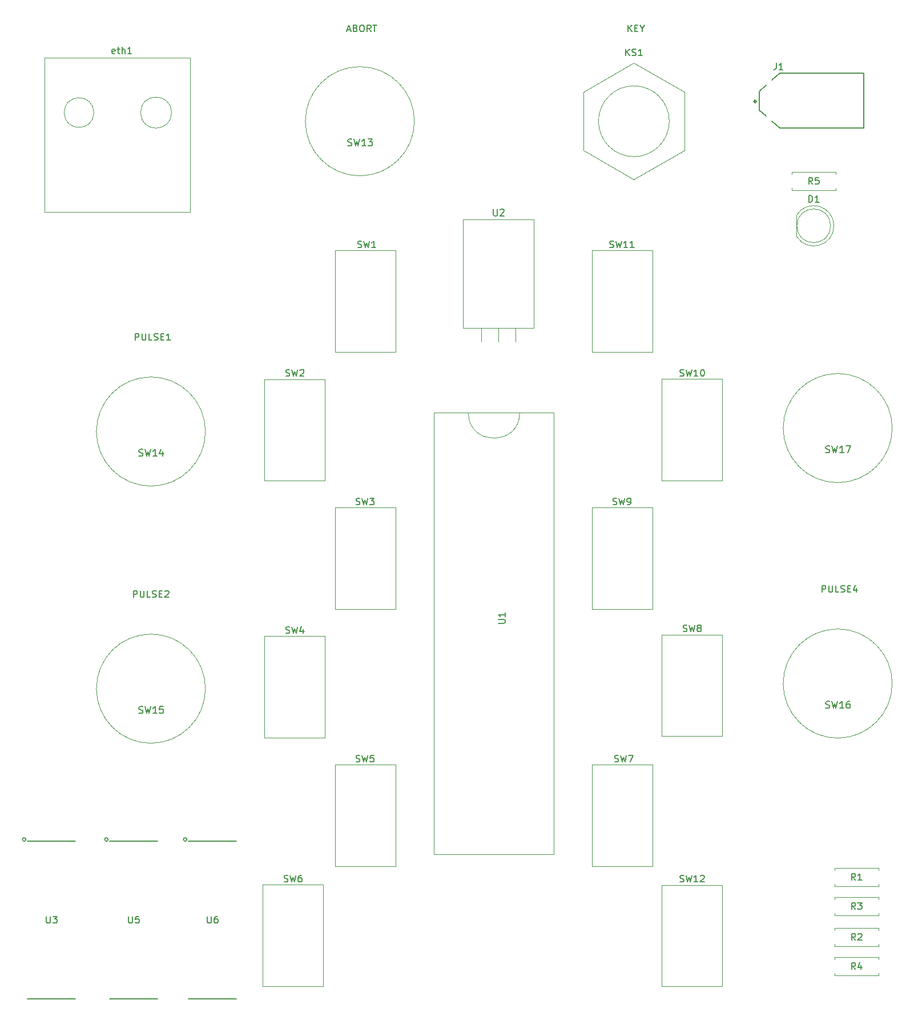
<source format=gto>
G04 #@! TF.GenerationSoftware,KiCad,Pcbnew,(5.1.10)-1*
G04 #@! TF.CreationDate,2022-01-22T23:19:17-05:00*
G04 #@! TF.ProjectId,Launchbox,4c61756e-6368-4626-9f78-2e6b69636164,Launchbox*
G04 #@! TF.SameCoordinates,Original*
G04 #@! TF.FileFunction,Legend,Top*
G04 #@! TF.FilePolarity,Positive*
%FSLAX46Y46*%
G04 Gerber Fmt 4.6, Leading zero omitted, Abs format (unit mm)*
G04 Created by KiCad (PCBNEW (5.1.10)-1) date 2022-01-22 23:19:17*
%MOMM*%
%LPD*%
G01*
G04 APERTURE LIST*
%ADD10C,0.150000*%
%ADD11C,0.120000*%
%ADD12C,0.127000*%
%ADD13C,0.300000*%
%ADD14C,0.101600*%
%ADD15C,0.203200*%
%ADD16C,2.768600*%
%ADD17C,5.617600*%
%ADD18O,2.006600X2.101600*%
%ADD19O,3.601600X3.601600*%
%ADD20C,1.244600*%
%ADD21C,1.422400*%
%ADD22C,1.625600*%
%ADD23O,1.701600X1.701600*%
%ADD24C,1.701600*%
%ADD25C,1.901600*%
%ADD26C,3.022600*%
G04 APERTURE END LIST*
D10*
X119761142Y-32710380D02*
X119761142Y-31710380D01*
X120332571Y-32710380D02*
X119904000Y-32138952D01*
X120332571Y-31710380D02*
X119761142Y-32281809D01*
X120761142Y-32186571D02*
X121094476Y-32186571D01*
X121237333Y-32710380D02*
X120761142Y-32710380D01*
X120761142Y-31710380D01*
X121237333Y-31710380D01*
X121856380Y-32234190D02*
X121856380Y-32710380D01*
X121523047Y-31710380D02*
X121856380Y-32234190D01*
X122189714Y-31710380D01*
X46680761Y-78430380D02*
X46680761Y-77430380D01*
X47061714Y-77430380D01*
X47156952Y-77478000D01*
X47204571Y-77525619D01*
X47252190Y-77620857D01*
X47252190Y-77763714D01*
X47204571Y-77858952D01*
X47156952Y-77906571D01*
X47061714Y-77954190D01*
X46680761Y-77954190D01*
X47680761Y-77430380D02*
X47680761Y-78239904D01*
X47728380Y-78335142D01*
X47776000Y-78382761D01*
X47871238Y-78430380D01*
X48061714Y-78430380D01*
X48156952Y-78382761D01*
X48204571Y-78335142D01*
X48252190Y-78239904D01*
X48252190Y-77430380D01*
X49204571Y-78430380D02*
X48728380Y-78430380D01*
X48728380Y-77430380D01*
X49490285Y-78382761D02*
X49633142Y-78430380D01*
X49871238Y-78430380D01*
X49966476Y-78382761D01*
X50014095Y-78335142D01*
X50061714Y-78239904D01*
X50061714Y-78144666D01*
X50014095Y-78049428D01*
X49966476Y-78001809D01*
X49871238Y-77954190D01*
X49680761Y-77906571D01*
X49585523Y-77858952D01*
X49537904Y-77811333D01*
X49490285Y-77716095D01*
X49490285Y-77620857D01*
X49537904Y-77525619D01*
X49585523Y-77478000D01*
X49680761Y-77430380D01*
X49918857Y-77430380D01*
X50061714Y-77478000D01*
X50490285Y-77906571D02*
X50823619Y-77906571D01*
X50966476Y-78430380D02*
X50490285Y-78430380D01*
X50490285Y-77430380D01*
X50966476Y-77430380D01*
X51918857Y-78430380D02*
X51347428Y-78430380D01*
X51633142Y-78430380D02*
X51633142Y-77430380D01*
X51537904Y-77573238D01*
X51442666Y-77668476D01*
X51347428Y-77716095D01*
X78121142Y-32424666D02*
X78597333Y-32424666D01*
X78025904Y-32710380D02*
X78359238Y-31710380D01*
X78692571Y-32710380D01*
X79359238Y-32186571D02*
X79502095Y-32234190D01*
X79549714Y-32281809D01*
X79597333Y-32377047D01*
X79597333Y-32519904D01*
X79549714Y-32615142D01*
X79502095Y-32662761D01*
X79406857Y-32710380D01*
X79025904Y-32710380D01*
X79025904Y-31710380D01*
X79359238Y-31710380D01*
X79454476Y-31758000D01*
X79502095Y-31805619D01*
X79549714Y-31900857D01*
X79549714Y-31996095D01*
X79502095Y-32091333D01*
X79454476Y-32138952D01*
X79359238Y-32186571D01*
X79025904Y-32186571D01*
X80216380Y-31710380D02*
X80406857Y-31710380D01*
X80502095Y-31758000D01*
X80597333Y-31853238D01*
X80644952Y-32043714D01*
X80644952Y-32377047D01*
X80597333Y-32567523D01*
X80502095Y-32662761D01*
X80406857Y-32710380D01*
X80216380Y-32710380D01*
X80121142Y-32662761D01*
X80025904Y-32567523D01*
X79978285Y-32377047D01*
X79978285Y-32043714D01*
X80025904Y-31853238D01*
X80121142Y-31758000D01*
X80216380Y-31710380D01*
X81644952Y-32710380D02*
X81311619Y-32234190D01*
X81073523Y-32710380D02*
X81073523Y-31710380D01*
X81454476Y-31710380D01*
X81549714Y-31758000D01*
X81597333Y-31805619D01*
X81644952Y-31900857D01*
X81644952Y-32043714D01*
X81597333Y-32138952D01*
X81549714Y-32186571D01*
X81454476Y-32234190D01*
X81073523Y-32234190D01*
X81930666Y-31710380D02*
X82502095Y-31710380D01*
X82216380Y-32710380D02*
X82216380Y-31710380D01*
X46426761Y-116530380D02*
X46426761Y-115530380D01*
X46807714Y-115530380D01*
X46902952Y-115578000D01*
X46950571Y-115625619D01*
X46998190Y-115720857D01*
X46998190Y-115863714D01*
X46950571Y-115958952D01*
X46902952Y-116006571D01*
X46807714Y-116054190D01*
X46426761Y-116054190D01*
X47426761Y-115530380D02*
X47426761Y-116339904D01*
X47474380Y-116435142D01*
X47522000Y-116482761D01*
X47617238Y-116530380D01*
X47807714Y-116530380D01*
X47902952Y-116482761D01*
X47950571Y-116435142D01*
X47998190Y-116339904D01*
X47998190Y-115530380D01*
X48950571Y-116530380D02*
X48474380Y-116530380D01*
X48474380Y-115530380D01*
X49236285Y-116482761D02*
X49379142Y-116530380D01*
X49617238Y-116530380D01*
X49712476Y-116482761D01*
X49760095Y-116435142D01*
X49807714Y-116339904D01*
X49807714Y-116244666D01*
X49760095Y-116149428D01*
X49712476Y-116101809D01*
X49617238Y-116054190D01*
X49426761Y-116006571D01*
X49331523Y-115958952D01*
X49283904Y-115911333D01*
X49236285Y-115816095D01*
X49236285Y-115720857D01*
X49283904Y-115625619D01*
X49331523Y-115578000D01*
X49426761Y-115530380D01*
X49664857Y-115530380D01*
X49807714Y-115578000D01*
X50236285Y-116006571D02*
X50569619Y-116006571D01*
X50712476Y-116530380D02*
X50236285Y-116530380D01*
X50236285Y-115530380D01*
X50712476Y-115530380D01*
X51093428Y-115625619D02*
X51141047Y-115578000D01*
X51236285Y-115530380D01*
X51474380Y-115530380D01*
X51569619Y-115578000D01*
X51617238Y-115625619D01*
X51664857Y-115720857D01*
X51664857Y-115816095D01*
X51617238Y-115958952D01*
X51045809Y-116530380D01*
X51664857Y-116530380D01*
X148534761Y-115768380D02*
X148534761Y-114768380D01*
X148915714Y-114768380D01*
X149010952Y-114816000D01*
X149058571Y-114863619D01*
X149106190Y-114958857D01*
X149106190Y-115101714D01*
X149058571Y-115196952D01*
X149010952Y-115244571D01*
X148915714Y-115292190D01*
X148534761Y-115292190D01*
X149534761Y-114768380D02*
X149534761Y-115577904D01*
X149582380Y-115673142D01*
X149630000Y-115720761D01*
X149725238Y-115768380D01*
X149915714Y-115768380D01*
X150010952Y-115720761D01*
X150058571Y-115673142D01*
X150106190Y-115577904D01*
X150106190Y-114768380D01*
X151058571Y-115768380D02*
X150582380Y-115768380D01*
X150582380Y-114768380D01*
X151344285Y-115720761D02*
X151487142Y-115768380D01*
X151725238Y-115768380D01*
X151820476Y-115720761D01*
X151868095Y-115673142D01*
X151915714Y-115577904D01*
X151915714Y-115482666D01*
X151868095Y-115387428D01*
X151820476Y-115339809D01*
X151725238Y-115292190D01*
X151534761Y-115244571D01*
X151439523Y-115196952D01*
X151391904Y-115149333D01*
X151344285Y-115054095D01*
X151344285Y-114958857D01*
X151391904Y-114863619D01*
X151439523Y-114816000D01*
X151534761Y-114768380D01*
X151772857Y-114768380D01*
X151915714Y-114816000D01*
X152344285Y-115244571D02*
X152677619Y-115244571D01*
X152820476Y-115768380D02*
X152344285Y-115768380D01*
X152344285Y-114768380D01*
X152820476Y-114768380D01*
X153677619Y-115101714D02*
X153677619Y-115768380D01*
X153439523Y-114720761D02*
X153201428Y-115435047D01*
X153820476Y-115435047D01*
D11*
X125900000Y-45974000D02*
G75*
G03*
X125900000Y-45974000I-5250000J0D01*
G01*
X128150000Y-50304125D02*
X128150000Y-41643875D01*
X128150000Y-41643875D02*
X120650000Y-37313750D01*
X120650000Y-37313750D02*
X113150000Y-41643875D01*
X113150000Y-50304125D02*
X113150000Y-41643875D01*
X113150000Y-50304125D02*
X120650000Y-54634250D01*
X120650000Y-54634250D02*
X128150000Y-50304125D01*
D12*
X142272000Y-38876000D02*
X154772000Y-38876000D01*
X154772000Y-38876000D02*
X154772000Y-46976000D01*
X154772000Y-46976000D02*
X142272000Y-46976000D01*
X139272000Y-44326000D02*
X139272000Y-41526000D01*
X142272000Y-38876000D02*
X141142000Y-39876000D01*
X139272000Y-41526000D02*
X140292000Y-40626000D01*
X142272000Y-46976000D02*
X141142000Y-45976000D01*
X139272000Y-44326000D02*
X140292000Y-45226000D01*
D13*
X138772000Y-43026000D02*
G75*
G03*
X138772000Y-43026000I-150000J0D01*
G01*
D11*
X95334000Y-76646000D02*
X105834000Y-76646000D01*
X95334000Y-60536000D02*
X105834000Y-60536000D01*
X95334000Y-60536000D02*
X95334000Y-76646000D01*
X105834000Y-60536000D02*
X105834000Y-76646000D01*
X98044000Y-76646000D02*
X98044000Y-78606000D01*
X100584000Y-76646000D02*
X100584000Y-78606000D01*
X103124000Y-76646000D02*
X103124000Y-78606000D01*
X40554000Y-44696000D02*
G75*
G03*
X40554000Y-44696000I-2200000J0D01*
G01*
X52084000Y-44696000D02*
G75*
G03*
X52084000Y-44696000I-2300000J0D01*
G01*
X33274000Y-59436000D02*
X33274000Y-36576000D01*
X54864000Y-59436000D02*
X33274000Y-59436000D01*
X54864000Y-36576000D02*
X54864000Y-59436000D01*
X33274000Y-36576000D02*
X54864000Y-36576000D01*
X158961000Y-91440000D02*
G75*
G03*
X158961000Y-91440000I-8085000J0D01*
G01*
X57107000Y-130048000D02*
G75*
G03*
X57107000Y-130048000I-8085000J0D01*
G01*
X158961000Y-129286000D02*
G75*
G03*
X158961000Y-129286000I-8085000J0D01*
G01*
X88095000Y-45974000D02*
G75*
G03*
X88095000Y-45974000I-8085000J0D01*
G01*
X57107000Y-91948000D02*
G75*
G03*
X57107000Y-91948000I-8085000J0D01*
G01*
D14*
X91015000Y-154619000D02*
X91015000Y-89139000D01*
X108795000Y-89139000D02*
X91015000Y-89139000D01*
X108795000Y-154619000D02*
X108795000Y-89139000D01*
X91015000Y-154619000D02*
X108795000Y-154619000D01*
X96095000Y-89139000D02*
G75*
G03*
X103715000Y-89139000I3810000J0D01*
G01*
D15*
X30480000Y-152400000D02*
G75*
G03*
X30480000Y-152400000I-254000J0D01*
G01*
X37846000Y-176022000D02*
X30734000Y-176022000D01*
X37846000Y-152654000D02*
X30734000Y-152654000D01*
D11*
X144050000Y-53824000D02*
X144050000Y-53494000D01*
X144050000Y-53494000D02*
X150590000Y-53494000D01*
X150590000Y-53494000D02*
X150590000Y-53824000D01*
X144050000Y-55904000D02*
X144050000Y-56234000D01*
X144050000Y-56234000D02*
X150590000Y-56234000D01*
X150590000Y-56234000D02*
X150590000Y-55904000D01*
X149820000Y-61468000D02*
G75*
G03*
X149820000Y-61468000I-2500000J0D01*
G01*
X144760000Y-59923000D02*
X144760000Y-63013000D01*
X150310000Y-61467538D02*
G75*
G02*
X144760000Y-63012830I-2990000J-462D01*
G01*
X150310000Y-61468462D02*
G75*
G03*
X144760000Y-59923170I-2990000J462D01*
G01*
D14*
X124786000Y-122040000D02*
X124786000Y-137040000D01*
X124786000Y-122040000D02*
X133786000Y-122040000D01*
X133786000Y-122040000D02*
X133786000Y-137040000D01*
X124786000Y-137040000D02*
X133786000Y-137040000D01*
D15*
X54356000Y-152400000D02*
G75*
G03*
X54356000Y-152400000I-254000J0D01*
G01*
X61722000Y-176022000D02*
X54610000Y-176022000D01*
X61722000Y-152654000D02*
X54610000Y-152654000D01*
D14*
X114455000Y-103229000D02*
X114455000Y-118229000D01*
X114455000Y-103229000D02*
X123455000Y-103229000D01*
X123455000Y-103229000D02*
X123455000Y-118229000D01*
X114455000Y-118229000D02*
X123455000Y-118229000D01*
X114455000Y-141329000D02*
X114455000Y-156329000D01*
X114455000Y-141329000D02*
X123455000Y-141329000D01*
X123455000Y-141329000D02*
X123455000Y-156329000D01*
X114455000Y-156329000D02*
X123455000Y-156329000D01*
X76355000Y-103229000D02*
X76355000Y-118229000D01*
X76355000Y-103229000D02*
X85355000Y-103229000D01*
X85355000Y-103229000D02*
X85355000Y-118229000D01*
X76355000Y-118229000D02*
X85355000Y-118229000D01*
X76355000Y-141329000D02*
X76355000Y-156329000D01*
X76355000Y-141329000D02*
X85355000Y-141329000D01*
X85355000Y-141329000D02*
X85355000Y-156329000D01*
X76355000Y-156329000D02*
X85355000Y-156329000D01*
X65858000Y-84194000D02*
X65858000Y-99194000D01*
X65858000Y-84194000D02*
X74858000Y-84194000D01*
X74858000Y-84194000D02*
X74858000Y-99194000D01*
X65858000Y-99194000D02*
X74858000Y-99194000D01*
X124786000Y-84179000D02*
X124786000Y-99179000D01*
X124786000Y-84179000D02*
X133786000Y-84179000D01*
X133786000Y-84179000D02*
X133786000Y-99179000D01*
X124786000Y-99179000D02*
X133786000Y-99179000D01*
X65858000Y-122279000D02*
X65858000Y-137279000D01*
X65858000Y-122279000D02*
X74858000Y-122279000D01*
X74858000Y-122279000D02*
X74858000Y-137279000D01*
X65858000Y-137279000D02*
X74858000Y-137279000D01*
X124786000Y-159124000D02*
X124786000Y-174124000D01*
X124786000Y-159124000D02*
X133786000Y-159124000D01*
X133786000Y-159124000D02*
X133786000Y-174124000D01*
X124786000Y-174124000D02*
X133786000Y-174124000D01*
D11*
X150400000Y-165508000D02*
X150400000Y-165838000D01*
X156940000Y-165508000D02*
X150400000Y-165508000D01*
X156940000Y-165838000D02*
X156940000Y-165508000D01*
X150400000Y-168248000D02*
X150400000Y-167918000D01*
X156940000Y-168248000D02*
X150400000Y-168248000D01*
X156940000Y-167918000D02*
X156940000Y-168248000D01*
D14*
X76355000Y-65129000D02*
X76355000Y-80129000D01*
X76355000Y-65129000D02*
X85355000Y-65129000D01*
X85355000Y-65129000D02*
X85355000Y-80129000D01*
X76355000Y-80129000D02*
X85355000Y-80129000D01*
D11*
X150400000Y-169826000D02*
X150400000Y-170156000D01*
X156940000Y-169826000D02*
X150400000Y-169826000D01*
X156940000Y-170156000D02*
X156940000Y-169826000D01*
X150400000Y-172566000D02*
X150400000Y-172236000D01*
X156940000Y-172566000D02*
X150400000Y-172566000D01*
X156940000Y-172236000D02*
X156940000Y-172566000D01*
D15*
X42672000Y-152400000D02*
G75*
G03*
X42672000Y-152400000I-254000J0D01*
G01*
X50038000Y-176022000D02*
X42926000Y-176022000D01*
X50038000Y-152654000D02*
X42926000Y-152654000D01*
D14*
X65604000Y-159109000D02*
X65604000Y-174109000D01*
X65604000Y-159109000D02*
X74604000Y-159109000D01*
X74604000Y-159109000D02*
X74604000Y-174109000D01*
X65604000Y-174109000D02*
X74604000Y-174109000D01*
D11*
X156940000Y-159358000D02*
X156940000Y-159028000D01*
X150400000Y-159358000D02*
X156940000Y-159358000D01*
X150400000Y-159028000D02*
X150400000Y-159358000D01*
X156940000Y-156618000D02*
X156940000Y-156948000D01*
X150400000Y-156618000D02*
X156940000Y-156618000D01*
X150400000Y-156948000D02*
X150400000Y-156618000D01*
D14*
X114455000Y-65129000D02*
X114455000Y-80129000D01*
X114455000Y-65129000D02*
X123455000Y-65129000D01*
X123455000Y-65129000D02*
X123455000Y-80129000D01*
X114455000Y-80129000D02*
X123455000Y-80129000D01*
D11*
X150400000Y-160936000D02*
X150400000Y-161266000D01*
X156940000Y-160936000D02*
X150400000Y-160936000D01*
X156940000Y-161266000D02*
X156940000Y-160936000D01*
X150400000Y-163676000D02*
X150400000Y-163346000D01*
X156940000Y-163676000D02*
X150400000Y-163676000D01*
X156940000Y-163346000D02*
X156940000Y-163676000D01*
D10*
X119435714Y-36266380D02*
X119435714Y-35266380D01*
X120007142Y-36266380D02*
X119578571Y-35694952D01*
X120007142Y-35266380D02*
X119435714Y-35837809D01*
X120388095Y-36218761D02*
X120530952Y-36266380D01*
X120769047Y-36266380D01*
X120864285Y-36218761D01*
X120911904Y-36171142D01*
X120959523Y-36075904D01*
X120959523Y-35980666D01*
X120911904Y-35885428D01*
X120864285Y-35837809D01*
X120769047Y-35790190D01*
X120578571Y-35742571D01*
X120483333Y-35694952D01*
X120435714Y-35647333D01*
X120388095Y-35552095D01*
X120388095Y-35456857D01*
X120435714Y-35361619D01*
X120483333Y-35314000D01*
X120578571Y-35266380D01*
X120816666Y-35266380D01*
X120959523Y-35314000D01*
X121911904Y-36266380D02*
X121340476Y-36266380D01*
X121626190Y-36266380D02*
X121626190Y-35266380D01*
X121530952Y-35409238D01*
X121435714Y-35504476D01*
X121340476Y-35552095D01*
X141760015Y-37339511D02*
X141760015Y-38054292D01*
X141712363Y-38197248D01*
X141617059Y-38292552D01*
X141474103Y-38340204D01*
X141378799Y-38340204D01*
X142760708Y-38340204D02*
X142188884Y-38340204D01*
X142474796Y-38340204D02*
X142474796Y-37339511D01*
X142379492Y-37482467D01*
X142284188Y-37577771D01*
X142188884Y-37625423D01*
X99822095Y-58988380D02*
X99822095Y-59797904D01*
X99869714Y-59893142D01*
X99917333Y-59940761D01*
X100012571Y-59988380D01*
X100203047Y-59988380D01*
X100298285Y-59940761D01*
X100345904Y-59893142D01*
X100393523Y-59797904D01*
X100393523Y-58988380D01*
X100822095Y-59083619D02*
X100869714Y-59036000D01*
X100964952Y-58988380D01*
X101203047Y-58988380D01*
X101298285Y-59036000D01*
X101345904Y-59083619D01*
X101393523Y-59178857D01*
X101393523Y-59274095D01*
X101345904Y-59416952D01*
X100774476Y-59988380D01*
X101393523Y-59988380D01*
X43680190Y-35901261D02*
X43584952Y-35948880D01*
X43394476Y-35948880D01*
X43299238Y-35901261D01*
X43251619Y-35806023D01*
X43251619Y-35425071D01*
X43299238Y-35329833D01*
X43394476Y-35282214D01*
X43584952Y-35282214D01*
X43680190Y-35329833D01*
X43727809Y-35425071D01*
X43727809Y-35520309D01*
X43251619Y-35615547D01*
X44013523Y-35282214D02*
X44394476Y-35282214D01*
X44156380Y-34948880D02*
X44156380Y-35806023D01*
X44204000Y-35901261D01*
X44299238Y-35948880D01*
X44394476Y-35948880D01*
X44727809Y-35948880D02*
X44727809Y-34948880D01*
X45156380Y-35948880D02*
X45156380Y-35425071D01*
X45108761Y-35329833D01*
X45013523Y-35282214D01*
X44870666Y-35282214D01*
X44775428Y-35329833D01*
X44727809Y-35377452D01*
X46156380Y-35948880D02*
X45584952Y-35948880D01*
X45870666Y-35948880D02*
X45870666Y-34948880D01*
X45775428Y-35091738D01*
X45680190Y-35186976D01*
X45584952Y-35234595D01*
X149107116Y-95035001D02*
X149249973Y-95082620D01*
X149488068Y-95082620D01*
X149583306Y-95035001D01*
X149630925Y-94987382D01*
X149678544Y-94892144D01*
X149678544Y-94796906D01*
X149630925Y-94701668D01*
X149583306Y-94654049D01*
X149488068Y-94606430D01*
X149297592Y-94558811D01*
X149202354Y-94511192D01*
X149154735Y-94463573D01*
X149107116Y-94368335D01*
X149107116Y-94273097D01*
X149154735Y-94177859D01*
X149202354Y-94130240D01*
X149297592Y-94082620D01*
X149535687Y-94082620D01*
X149678544Y-94130240D01*
X150011878Y-94082620D02*
X150249973Y-95082620D01*
X150440449Y-94368335D01*
X150630925Y-95082620D01*
X150869020Y-94082620D01*
X151773782Y-95082620D02*
X151202354Y-95082620D01*
X151488068Y-95082620D02*
X151488068Y-94082620D01*
X151392830Y-94225478D01*
X151297592Y-94320716D01*
X151202354Y-94368335D01*
X152107116Y-94082620D02*
X152773782Y-94082620D01*
X152345211Y-95082620D01*
X47253116Y-133643001D02*
X47395973Y-133690620D01*
X47634068Y-133690620D01*
X47729306Y-133643001D01*
X47776925Y-133595382D01*
X47824544Y-133500144D01*
X47824544Y-133404906D01*
X47776925Y-133309668D01*
X47729306Y-133262049D01*
X47634068Y-133214430D01*
X47443592Y-133166811D01*
X47348354Y-133119192D01*
X47300735Y-133071573D01*
X47253116Y-132976335D01*
X47253116Y-132881097D01*
X47300735Y-132785859D01*
X47348354Y-132738240D01*
X47443592Y-132690620D01*
X47681687Y-132690620D01*
X47824544Y-132738240D01*
X48157878Y-132690620D02*
X48395973Y-133690620D01*
X48586449Y-132976335D01*
X48776925Y-133690620D01*
X49015020Y-132690620D01*
X49919782Y-133690620D02*
X49348354Y-133690620D01*
X49634068Y-133690620D02*
X49634068Y-132690620D01*
X49538830Y-132833478D01*
X49443592Y-132928716D01*
X49348354Y-132976335D01*
X50824544Y-132690620D02*
X50348354Y-132690620D01*
X50300735Y-133166811D01*
X50348354Y-133119192D01*
X50443592Y-133071573D01*
X50681687Y-133071573D01*
X50776925Y-133119192D01*
X50824544Y-133166811D01*
X50872163Y-133262049D01*
X50872163Y-133500144D01*
X50824544Y-133595382D01*
X50776925Y-133643001D01*
X50681687Y-133690620D01*
X50443592Y-133690620D01*
X50348354Y-133643001D01*
X50300735Y-133595382D01*
X149107116Y-132881001D02*
X149249973Y-132928620D01*
X149488068Y-132928620D01*
X149583306Y-132881001D01*
X149630925Y-132833382D01*
X149678544Y-132738144D01*
X149678544Y-132642906D01*
X149630925Y-132547668D01*
X149583306Y-132500049D01*
X149488068Y-132452430D01*
X149297592Y-132404811D01*
X149202354Y-132357192D01*
X149154735Y-132309573D01*
X149107116Y-132214335D01*
X149107116Y-132119097D01*
X149154735Y-132023859D01*
X149202354Y-131976240D01*
X149297592Y-131928620D01*
X149535687Y-131928620D01*
X149678544Y-131976240D01*
X150011878Y-131928620D02*
X150249973Y-132928620D01*
X150440449Y-132214335D01*
X150630925Y-132928620D01*
X150869020Y-131928620D01*
X151773782Y-132928620D02*
X151202354Y-132928620D01*
X151488068Y-132928620D02*
X151488068Y-131928620D01*
X151392830Y-132071478D01*
X151297592Y-132166716D01*
X151202354Y-132214335D01*
X152630925Y-131928620D02*
X152440449Y-131928620D01*
X152345211Y-131976240D01*
X152297592Y-132023859D01*
X152202354Y-132166716D01*
X152154735Y-132357192D01*
X152154735Y-132738144D01*
X152202354Y-132833382D01*
X152249973Y-132881001D01*
X152345211Y-132928620D01*
X152535687Y-132928620D01*
X152630925Y-132881001D01*
X152678544Y-132833382D01*
X152726163Y-132738144D01*
X152726163Y-132500049D01*
X152678544Y-132404811D01*
X152630925Y-132357192D01*
X152535687Y-132309573D01*
X152345211Y-132309573D01*
X152249973Y-132357192D01*
X152202354Y-132404811D01*
X152154735Y-132500049D01*
X78241116Y-49569001D02*
X78383973Y-49616620D01*
X78622068Y-49616620D01*
X78717306Y-49569001D01*
X78764925Y-49521382D01*
X78812544Y-49426144D01*
X78812544Y-49330906D01*
X78764925Y-49235668D01*
X78717306Y-49188049D01*
X78622068Y-49140430D01*
X78431592Y-49092811D01*
X78336354Y-49045192D01*
X78288735Y-48997573D01*
X78241116Y-48902335D01*
X78241116Y-48807097D01*
X78288735Y-48711859D01*
X78336354Y-48664240D01*
X78431592Y-48616620D01*
X78669687Y-48616620D01*
X78812544Y-48664240D01*
X79145878Y-48616620D02*
X79383973Y-49616620D01*
X79574449Y-48902335D01*
X79764925Y-49616620D01*
X80003020Y-48616620D01*
X80907782Y-49616620D02*
X80336354Y-49616620D01*
X80622068Y-49616620D02*
X80622068Y-48616620D01*
X80526830Y-48759478D01*
X80431592Y-48854716D01*
X80336354Y-48902335D01*
X81241116Y-48616620D02*
X81860163Y-48616620D01*
X81526830Y-48997573D01*
X81669687Y-48997573D01*
X81764925Y-49045192D01*
X81812544Y-49092811D01*
X81860163Y-49188049D01*
X81860163Y-49426144D01*
X81812544Y-49521382D01*
X81764925Y-49569001D01*
X81669687Y-49616620D01*
X81383973Y-49616620D01*
X81288735Y-49569001D01*
X81241116Y-49521382D01*
X47253116Y-95543001D02*
X47395973Y-95590620D01*
X47634068Y-95590620D01*
X47729306Y-95543001D01*
X47776925Y-95495382D01*
X47824544Y-95400144D01*
X47824544Y-95304906D01*
X47776925Y-95209668D01*
X47729306Y-95162049D01*
X47634068Y-95114430D01*
X47443592Y-95066811D01*
X47348354Y-95019192D01*
X47300735Y-94971573D01*
X47253116Y-94876335D01*
X47253116Y-94781097D01*
X47300735Y-94685859D01*
X47348354Y-94638240D01*
X47443592Y-94590620D01*
X47681687Y-94590620D01*
X47824544Y-94638240D01*
X48157878Y-94590620D02*
X48395973Y-95590620D01*
X48586449Y-94876335D01*
X48776925Y-95590620D01*
X49015020Y-94590620D01*
X49919782Y-95590620D02*
X49348354Y-95590620D01*
X49634068Y-95590620D02*
X49634068Y-94590620D01*
X49538830Y-94733478D01*
X49443592Y-94828716D01*
X49348354Y-94876335D01*
X50776925Y-94923954D02*
X50776925Y-95590620D01*
X50538830Y-94543001D02*
X50300735Y-95257287D01*
X50919782Y-95257287D01*
X100544380Y-120380904D02*
X101353904Y-120380904D01*
X101449142Y-120333285D01*
X101496761Y-120285666D01*
X101544380Y-120190428D01*
X101544380Y-119999952D01*
X101496761Y-119904714D01*
X101449142Y-119857095D01*
X101353904Y-119809476D01*
X100544380Y-119809476D01*
X101544380Y-118809476D02*
X101544380Y-119380904D01*
X101544380Y-119095190D02*
X100544380Y-119095190D01*
X100687238Y-119190428D01*
X100782476Y-119285666D01*
X100830095Y-119380904D01*
X33528095Y-163790380D02*
X33528095Y-164599904D01*
X33575714Y-164695142D01*
X33623333Y-164742761D01*
X33718571Y-164790380D01*
X33909047Y-164790380D01*
X34004285Y-164742761D01*
X34051904Y-164695142D01*
X34099523Y-164599904D01*
X34099523Y-163790380D01*
X34480476Y-163790380D02*
X35099523Y-163790380D01*
X34766190Y-164171333D01*
X34909047Y-164171333D01*
X35004285Y-164218952D01*
X35051904Y-164266571D01*
X35099523Y-164361809D01*
X35099523Y-164599904D01*
X35051904Y-164695142D01*
X35004285Y-164742761D01*
X34909047Y-164790380D01*
X34623333Y-164790380D01*
X34528095Y-164742761D01*
X34480476Y-164695142D01*
X147153333Y-55316380D02*
X146820000Y-54840190D01*
X146581904Y-55316380D02*
X146581904Y-54316380D01*
X146962857Y-54316380D01*
X147058095Y-54364000D01*
X147105714Y-54411619D01*
X147153333Y-54506857D01*
X147153333Y-54649714D01*
X147105714Y-54744952D01*
X147058095Y-54792571D01*
X146962857Y-54840190D01*
X146581904Y-54840190D01*
X148058095Y-54316380D02*
X147581904Y-54316380D01*
X147534285Y-54792571D01*
X147581904Y-54744952D01*
X147677142Y-54697333D01*
X147915238Y-54697333D01*
X148010476Y-54744952D01*
X148058095Y-54792571D01*
X148105714Y-54887809D01*
X148105714Y-55125904D01*
X148058095Y-55221142D01*
X148010476Y-55268761D01*
X147915238Y-55316380D01*
X147677142Y-55316380D01*
X147581904Y-55268761D01*
X147534285Y-55221142D01*
X146581904Y-57960380D02*
X146581904Y-56960380D01*
X146820000Y-56960380D01*
X146962857Y-57008000D01*
X147058095Y-57103238D01*
X147105714Y-57198476D01*
X147153333Y-57388952D01*
X147153333Y-57531809D01*
X147105714Y-57722285D01*
X147058095Y-57817523D01*
X146962857Y-57912761D01*
X146820000Y-57960380D01*
X146581904Y-57960380D01*
X148105714Y-57960380D02*
X147534285Y-57960380D01*
X147820000Y-57960380D02*
X147820000Y-56960380D01*
X147724761Y-57103238D01*
X147629523Y-57198476D01*
X147534285Y-57246095D01*
X127952666Y-121562761D02*
X128095523Y-121610380D01*
X128333619Y-121610380D01*
X128428857Y-121562761D01*
X128476476Y-121515142D01*
X128524095Y-121419904D01*
X128524095Y-121324666D01*
X128476476Y-121229428D01*
X128428857Y-121181809D01*
X128333619Y-121134190D01*
X128143142Y-121086571D01*
X128047904Y-121038952D01*
X128000285Y-120991333D01*
X127952666Y-120896095D01*
X127952666Y-120800857D01*
X128000285Y-120705619D01*
X128047904Y-120658000D01*
X128143142Y-120610380D01*
X128381238Y-120610380D01*
X128524095Y-120658000D01*
X128857428Y-120610380D02*
X129095523Y-121610380D01*
X129286000Y-120896095D01*
X129476476Y-121610380D01*
X129714571Y-120610380D01*
X130238380Y-121038952D02*
X130143142Y-120991333D01*
X130095523Y-120943714D01*
X130047904Y-120848476D01*
X130047904Y-120800857D01*
X130095523Y-120705619D01*
X130143142Y-120658000D01*
X130238380Y-120610380D01*
X130428857Y-120610380D01*
X130524095Y-120658000D01*
X130571714Y-120705619D01*
X130619333Y-120800857D01*
X130619333Y-120848476D01*
X130571714Y-120943714D01*
X130524095Y-120991333D01*
X130428857Y-121038952D01*
X130238380Y-121038952D01*
X130143142Y-121086571D01*
X130095523Y-121134190D01*
X130047904Y-121229428D01*
X130047904Y-121419904D01*
X130095523Y-121515142D01*
X130143142Y-121562761D01*
X130238380Y-121610380D01*
X130428857Y-121610380D01*
X130524095Y-121562761D01*
X130571714Y-121515142D01*
X130619333Y-121419904D01*
X130619333Y-121229428D01*
X130571714Y-121134190D01*
X130524095Y-121086571D01*
X130428857Y-121038952D01*
X57404095Y-163790380D02*
X57404095Y-164599904D01*
X57451714Y-164695142D01*
X57499333Y-164742761D01*
X57594571Y-164790380D01*
X57785047Y-164790380D01*
X57880285Y-164742761D01*
X57927904Y-164695142D01*
X57975523Y-164599904D01*
X57975523Y-163790380D01*
X58880285Y-163790380D02*
X58689809Y-163790380D01*
X58594571Y-163838000D01*
X58546952Y-163885619D01*
X58451714Y-164028476D01*
X58404095Y-164218952D01*
X58404095Y-164599904D01*
X58451714Y-164695142D01*
X58499333Y-164742761D01*
X58594571Y-164790380D01*
X58785047Y-164790380D01*
X58880285Y-164742761D01*
X58927904Y-164695142D01*
X58975523Y-164599904D01*
X58975523Y-164361809D01*
X58927904Y-164266571D01*
X58880285Y-164218952D01*
X58785047Y-164171333D01*
X58594571Y-164171333D01*
X58499333Y-164218952D01*
X58451714Y-164266571D01*
X58404095Y-164361809D01*
X117538666Y-102766761D02*
X117681523Y-102814380D01*
X117919619Y-102814380D01*
X118014857Y-102766761D01*
X118062476Y-102719142D01*
X118110095Y-102623904D01*
X118110095Y-102528666D01*
X118062476Y-102433428D01*
X118014857Y-102385809D01*
X117919619Y-102338190D01*
X117729142Y-102290571D01*
X117633904Y-102242952D01*
X117586285Y-102195333D01*
X117538666Y-102100095D01*
X117538666Y-102004857D01*
X117586285Y-101909619D01*
X117633904Y-101862000D01*
X117729142Y-101814380D01*
X117967238Y-101814380D01*
X118110095Y-101862000D01*
X118443428Y-101814380D02*
X118681523Y-102814380D01*
X118872000Y-102100095D01*
X119062476Y-102814380D01*
X119300571Y-101814380D01*
X119729142Y-102814380D02*
X119919619Y-102814380D01*
X120014857Y-102766761D01*
X120062476Y-102719142D01*
X120157714Y-102576285D01*
X120205333Y-102385809D01*
X120205333Y-102004857D01*
X120157714Y-101909619D01*
X120110095Y-101862000D01*
X120014857Y-101814380D01*
X119824380Y-101814380D01*
X119729142Y-101862000D01*
X119681523Y-101909619D01*
X119633904Y-102004857D01*
X119633904Y-102242952D01*
X119681523Y-102338190D01*
X119729142Y-102385809D01*
X119824380Y-102433428D01*
X120014857Y-102433428D01*
X120110095Y-102385809D01*
X120157714Y-102338190D01*
X120205333Y-102242952D01*
X117792666Y-140866761D02*
X117935523Y-140914380D01*
X118173619Y-140914380D01*
X118268857Y-140866761D01*
X118316476Y-140819142D01*
X118364095Y-140723904D01*
X118364095Y-140628666D01*
X118316476Y-140533428D01*
X118268857Y-140485809D01*
X118173619Y-140438190D01*
X117983142Y-140390571D01*
X117887904Y-140342952D01*
X117840285Y-140295333D01*
X117792666Y-140200095D01*
X117792666Y-140104857D01*
X117840285Y-140009619D01*
X117887904Y-139962000D01*
X117983142Y-139914380D01*
X118221238Y-139914380D01*
X118364095Y-139962000D01*
X118697428Y-139914380D02*
X118935523Y-140914380D01*
X119126000Y-140200095D01*
X119316476Y-140914380D01*
X119554571Y-139914380D01*
X119840285Y-139914380D02*
X120506952Y-139914380D01*
X120078380Y-140914380D01*
X79438666Y-102766761D02*
X79581523Y-102814380D01*
X79819619Y-102814380D01*
X79914857Y-102766761D01*
X79962476Y-102719142D01*
X80010095Y-102623904D01*
X80010095Y-102528666D01*
X79962476Y-102433428D01*
X79914857Y-102385809D01*
X79819619Y-102338190D01*
X79629142Y-102290571D01*
X79533904Y-102242952D01*
X79486285Y-102195333D01*
X79438666Y-102100095D01*
X79438666Y-102004857D01*
X79486285Y-101909619D01*
X79533904Y-101862000D01*
X79629142Y-101814380D01*
X79867238Y-101814380D01*
X80010095Y-101862000D01*
X80343428Y-101814380D02*
X80581523Y-102814380D01*
X80772000Y-102100095D01*
X80962476Y-102814380D01*
X81200571Y-101814380D01*
X81486285Y-101814380D02*
X82105333Y-101814380D01*
X81772000Y-102195333D01*
X81914857Y-102195333D01*
X82010095Y-102242952D01*
X82057714Y-102290571D01*
X82105333Y-102385809D01*
X82105333Y-102623904D01*
X82057714Y-102719142D01*
X82010095Y-102766761D01*
X81914857Y-102814380D01*
X81629142Y-102814380D01*
X81533904Y-102766761D01*
X81486285Y-102719142D01*
X79438666Y-140866761D02*
X79581523Y-140914380D01*
X79819619Y-140914380D01*
X79914857Y-140866761D01*
X79962476Y-140819142D01*
X80010095Y-140723904D01*
X80010095Y-140628666D01*
X79962476Y-140533428D01*
X79914857Y-140485809D01*
X79819619Y-140438190D01*
X79629142Y-140390571D01*
X79533904Y-140342952D01*
X79486285Y-140295333D01*
X79438666Y-140200095D01*
X79438666Y-140104857D01*
X79486285Y-140009619D01*
X79533904Y-139962000D01*
X79629142Y-139914380D01*
X79867238Y-139914380D01*
X80010095Y-139962000D01*
X80343428Y-139914380D02*
X80581523Y-140914380D01*
X80772000Y-140200095D01*
X80962476Y-140914380D01*
X81200571Y-139914380D01*
X82057714Y-139914380D02*
X81581523Y-139914380D01*
X81533904Y-140390571D01*
X81581523Y-140342952D01*
X81676761Y-140295333D01*
X81914857Y-140295333D01*
X82010095Y-140342952D01*
X82057714Y-140390571D01*
X82105333Y-140485809D01*
X82105333Y-140723904D01*
X82057714Y-140819142D01*
X82010095Y-140866761D01*
X81914857Y-140914380D01*
X81676761Y-140914380D01*
X81581523Y-140866761D01*
X81533904Y-140819142D01*
X69024666Y-83716761D02*
X69167523Y-83764380D01*
X69405619Y-83764380D01*
X69500857Y-83716761D01*
X69548476Y-83669142D01*
X69596095Y-83573904D01*
X69596095Y-83478666D01*
X69548476Y-83383428D01*
X69500857Y-83335809D01*
X69405619Y-83288190D01*
X69215142Y-83240571D01*
X69119904Y-83192952D01*
X69072285Y-83145333D01*
X69024666Y-83050095D01*
X69024666Y-82954857D01*
X69072285Y-82859619D01*
X69119904Y-82812000D01*
X69215142Y-82764380D01*
X69453238Y-82764380D01*
X69596095Y-82812000D01*
X69929428Y-82764380D02*
X70167523Y-83764380D01*
X70358000Y-83050095D01*
X70548476Y-83764380D01*
X70786571Y-82764380D01*
X71119904Y-82859619D02*
X71167523Y-82812000D01*
X71262761Y-82764380D01*
X71500857Y-82764380D01*
X71596095Y-82812000D01*
X71643714Y-82859619D01*
X71691333Y-82954857D01*
X71691333Y-83050095D01*
X71643714Y-83192952D01*
X71072285Y-83764380D01*
X71691333Y-83764380D01*
X127476476Y-83716761D02*
X127619333Y-83764380D01*
X127857428Y-83764380D01*
X127952666Y-83716761D01*
X128000285Y-83669142D01*
X128047904Y-83573904D01*
X128047904Y-83478666D01*
X128000285Y-83383428D01*
X127952666Y-83335809D01*
X127857428Y-83288190D01*
X127666952Y-83240571D01*
X127571714Y-83192952D01*
X127524095Y-83145333D01*
X127476476Y-83050095D01*
X127476476Y-82954857D01*
X127524095Y-82859619D01*
X127571714Y-82812000D01*
X127666952Y-82764380D01*
X127905047Y-82764380D01*
X128047904Y-82812000D01*
X128381238Y-82764380D02*
X128619333Y-83764380D01*
X128809809Y-83050095D01*
X129000285Y-83764380D01*
X129238380Y-82764380D01*
X130143142Y-83764380D02*
X129571714Y-83764380D01*
X129857428Y-83764380D02*
X129857428Y-82764380D01*
X129762190Y-82907238D01*
X129666952Y-83002476D01*
X129571714Y-83050095D01*
X130762190Y-82764380D02*
X130857428Y-82764380D01*
X130952666Y-82812000D01*
X131000285Y-82859619D01*
X131047904Y-82954857D01*
X131095523Y-83145333D01*
X131095523Y-83383428D01*
X131047904Y-83573904D01*
X131000285Y-83669142D01*
X130952666Y-83716761D01*
X130857428Y-83764380D01*
X130762190Y-83764380D01*
X130666952Y-83716761D01*
X130619333Y-83669142D01*
X130571714Y-83573904D01*
X130524095Y-83383428D01*
X130524095Y-83145333D01*
X130571714Y-82954857D01*
X130619333Y-82859619D01*
X130666952Y-82812000D01*
X130762190Y-82764380D01*
X69024666Y-121816761D02*
X69167523Y-121864380D01*
X69405619Y-121864380D01*
X69500857Y-121816761D01*
X69548476Y-121769142D01*
X69596095Y-121673904D01*
X69596095Y-121578666D01*
X69548476Y-121483428D01*
X69500857Y-121435809D01*
X69405619Y-121388190D01*
X69215142Y-121340571D01*
X69119904Y-121292952D01*
X69072285Y-121245333D01*
X69024666Y-121150095D01*
X69024666Y-121054857D01*
X69072285Y-120959619D01*
X69119904Y-120912000D01*
X69215142Y-120864380D01*
X69453238Y-120864380D01*
X69596095Y-120912000D01*
X69929428Y-120864380D02*
X70167523Y-121864380D01*
X70358000Y-121150095D01*
X70548476Y-121864380D01*
X70786571Y-120864380D01*
X71596095Y-121197714D02*
X71596095Y-121864380D01*
X71358000Y-120816761D02*
X71119904Y-121531047D01*
X71738952Y-121531047D01*
X127476476Y-158646761D02*
X127619333Y-158694380D01*
X127857428Y-158694380D01*
X127952666Y-158646761D01*
X128000285Y-158599142D01*
X128047904Y-158503904D01*
X128047904Y-158408666D01*
X128000285Y-158313428D01*
X127952666Y-158265809D01*
X127857428Y-158218190D01*
X127666952Y-158170571D01*
X127571714Y-158122952D01*
X127524095Y-158075333D01*
X127476476Y-157980095D01*
X127476476Y-157884857D01*
X127524095Y-157789619D01*
X127571714Y-157742000D01*
X127666952Y-157694380D01*
X127905047Y-157694380D01*
X128047904Y-157742000D01*
X128381238Y-157694380D02*
X128619333Y-158694380D01*
X128809809Y-157980095D01*
X129000285Y-158694380D01*
X129238380Y-157694380D01*
X130143142Y-158694380D02*
X129571714Y-158694380D01*
X129857428Y-158694380D02*
X129857428Y-157694380D01*
X129762190Y-157837238D01*
X129666952Y-157932476D01*
X129571714Y-157980095D01*
X130524095Y-157789619D02*
X130571714Y-157742000D01*
X130666952Y-157694380D01*
X130905047Y-157694380D01*
X131000285Y-157742000D01*
X131047904Y-157789619D01*
X131095523Y-157884857D01*
X131095523Y-157980095D01*
X131047904Y-158122952D01*
X130476476Y-158694380D01*
X131095523Y-158694380D01*
X153503333Y-167330380D02*
X153170000Y-166854190D01*
X152931904Y-167330380D02*
X152931904Y-166330380D01*
X153312857Y-166330380D01*
X153408095Y-166378000D01*
X153455714Y-166425619D01*
X153503333Y-166520857D01*
X153503333Y-166663714D01*
X153455714Y-166758952D01*
X153408095Y-166806571D01*
X153312857Y-166854190D01*
X152931904Y-166854190D01*
X153884285Y-166425619D02*
X153931904Y-166378000D01*
X154027142Y-166330380D01*
X154265238Y-166330380D01*
X154360476Y-166378000D01*
X154408095Y-166425619D01*
X154455714Y-166520857D01*
X154455714Y-166616095D01*
X154408095Y-166758952D01*
X153836666Y-167330380D01*
X154455714Y-167330380D01*
X79692666Y-64666761D02*
X79835523Y-64714380D01*
X80073619Y-64714380D01*
X80168857Y-64666761D01*
X80216476Y-64619142D01*
X80264095Y-64523904D01*
X80264095Y-64428666D01*
X80216476Y-64333428D01*
X80168857Y-64285809D01*
X80073619Y-64238190D01*
X79883142Y-64190571D01*
X79787904Y-64142952D01*
X79740285Y-64095333D01*
X79692666Y-64000095D01*
X79692666Y-63904857D01*
X79740285Y-63809619D01*
X79787904Y-63762000D01*
X79883142Y-63714380D01*
X80121238Y-63714380D01*
X80264095Y-63762000D01*
X80597428Y-63714380D02*
X80835523Y-64714380D01*
X81026000Y-64000095D01*
X81216476Y-64714380D01*
X81454571Y-63714380D01*
X82359333Y-64714380D02*
X81787904Y-64714380D01*
X82073619Y-64714380D02*
X82073619Y-63714380D01*
X81978380Y-63857238D01*
X81883142Y-63952476D01*
X81787904Y-64000095D01*
X153503333Y-171648380D02*
X153170000Y-171172190D01*
X152931904Y-171648380D02*
X152931904Y-170648380D01*
X153312857Y-170648380D01*
X153408095Y-170696000D01*
X153455714Y-170743619D01*
X153503333Y-170838857D01*
X153503333Y-170981714D01*
X153455714Y-171076952D01*
X153408095Y-171124571D01*
X153312857Y-171172190D01*
X152931904Y-171172190D01*
X154360476Y-170981714D02*
X154360476Y-171648380D01*
X154122380Y-170600761D02*
X153884285Y-171315047D01*
X154503333Y-171315047D01*
X45720095Y-163790380D02*
X45720095Y-164599904D01*
X45767714Y-164695142D01*
X45815333Y-164742761D01*
X45910571Y-164790380D01*
X46101047Y-164790380D01*
X46196285Y-164742761D01*
X46243904Y-164695142D01*
X46291523Y-164599904D01*
X46291523Y-163790380D01*
X47243904Y-163790380D02*
X46767714Y-163790380D01*
X46720095Y-164266571D01*
X46767714Y-164218952D01*
X46862952Y-164171333D01*
X47101047Y-164171333D01*
X47196285Y-164218952D01*
X47243904Y-164266571D01*
X47291523Y-164361809D01*
X47291523Y-164599904D01*
X47243904Y-164695142D01*
X47196285Y-164742761D01*
X47101047Y-164790380D01*
X46862952Y-164790380D01*
X46767714Y-164742761D01*
X46720095Y-164695142D01*
X68770666Y-158646761D02*
X68913523Y-158694380D01*
X69151619Y-158694380D01*
X69246857Y-158646761D01*
X69294476Y-158599142D01*
X69342095Y-158503904D01*
X69342095Y-158408666D01*
X69294476Y-158313428D01*
X69246857Y-158265809D01*
X69151619Y-158218190D01*
X68961142Y-158170571D01*
X68865904Y-158122952D01*
X68818285Y-158075333D01*
X68770666Y-157980095D01*
X68770666Y-157884857D01*
X68818285Y-157789619D01*
X68865904Y-157742000D01*
X68961142Y-157694380D01*
X69199238Y-157694380D01*
X69342095Y-157742000D01*
X69675428Y-157694380D02*
X69913523Y-158694380D01*
X70104000Y-157980095D01*
X70294476Y-158694380D01*
X70532571Y-157694380D01*
X71342095Y-157694380D02*
X71151619Y-157694380D01*
X71056380Y-157742000D01*
X71008761Y-157789619D01*
X70913523Y-157932476D01*
X70865904Y-158122952D01*
X70865904Y-158503904D01*
X70913523Y-158599142D01*
X70961142Y-158646761D01*
X71056380Y-158694380D01*
X71246857Y-158694380D01*
X71342095Y-158646761D01*
X71389714Y-158599142D01*
X71437333Y-158503904D01*
X71437333Y-158265809D01*
X71389714Y-158170571D01*
X71342095Y-158122952D01*
X71246857Y-158075333D01*
X71056380Y-158075333D01*
X70961142Y-158122952D01*
X70913523Y-158170571D01*
X70865904Y-158265809D01*
X153503333Y-158440380D02*
X153170000Y-157964190D01*
X152931904Y-158440380D02*
X152931904Y-157440380D01*
X153312857Y-157440380D01*
X153408095Y-157488000D01*
X153455714Y-157535619D01*
X153503333Y-157630857D01*
X153503333Y-157773714D01*
X153455714Y-157868952D01*
X153408095Y-157916571D01*
X153312857Y-157964190D01*
X152931904Y-157964190D01*
X154455714Y-158440380D02*
X153884285Y-158440380D01*
X154170000Y-158440380D02*
X154170000Y-157440380D01*
X154074761Y-157583238D01*
X153979523Y-157678476D01*
X153884285Y-157726095D01*
X117062476Y-64666761D02*
X117205333Y-64714380D01*
X117443428Y-64714380D01*
X117538666Y-64666761D01*
X117586285Y-64619142D01*
X117633904Y-64523904D01*
X117633904Y-64428666D01*
X117586285Y-64333428D01*
X117538666Y-64285809D01*
X117443428Y-64238190D01*
X117252952Y-64190571D01*
X117157714Y-64142952D01*
X117110095Y-64095333D01*
X117062476Y-64000095D01*
X117062476Y-63904857D01*
X117110095Y-63809619D01*
X117157714Y-63762000D01*
X117252952Y-63714380D01*
X117491047Y-63714380D01*
X117633904Y-63762000D01*
X117967238Y-63714380D02*
X118205333Y-64714380D01*
X118395809Y-64000095D01*
X118586285Y-64714380D01*
X118824380Y-63714380D01*
X119729142Y-64714380D02*
X119157714Y-64714380D01*
X119443428Y-64714380D02*
X119443428Y-63714380D01*
X119348190Y-63857238D01*
X119252952Y-63952476D01*
X119157714Y-64000095D01*
X120681523Y-64714380D02*
X120110095Y-64714380D01*
X120395809Y-64714380D02*
X120395809Y-63714380D01*
X120300571Y-63857238D01*
X120205333Y-63952476D01*
X120110095Y-64000095D01*
X153503333Y-162758380D02*
X153170000Y-162282190D01*
X152931904Y-162758380D02*
X152931904Y-161758380D01*
X153312857Y-161758380D01*
X153408095Y-161806000D01*
X153455714Y-161853619D01*
X153503333Y-161948857D01*
X153503333Y-162091714D01*
X153455714Y-162186952D01*
X153408095Y-162234571D01*
X153312857Y-162282190D01*
X152931904Y-162282190D01*
X153836666Y-161758380D02*
X154455714Y-161758380D01*
X154122380Y-162139333D01*
X154265238Y-162139333D01*
X154360476Y-162186952D01*
X154408095Y-162234571D01*
X154455714Y-162329809D01*
X154455714Y-162567904D01*
X154408095Y-162663142D01*
X154360476Y-162710761D01*
X154265238Y-162758380D01*
X153979523Y-162758380D01*
X153884285Y-162710761D01*
X153836666Y-162663142D01*
%LPC*%
D16*
X123150000Y-45974000D03*
X118150000Y-45974000D03*
G36*
G01*
X140613200Y-45684000D02*
X140613200Y-40168000D01*
G75*
G02*
X140664000Y-40117200I50800J0D01*
G01*
X146180000Y-40117200D01*
G75*
G02*
X146230800Y-40168000I0J-50800D01*
G01*
X146230800Y-45684000D01*
G75*
G02*
X146180000Y-45734800I-50800J0D01*
G01*
X140664000Y-45734800D01*
G75*
G02*
X140613200Y-45684000I0J50800D01*
G01*
G37*
D17*
X150622000Y-42926000D03*
D18*
X103124000Y-79756000D03*
X100584000Y-79756000D03*
G36*
G01*
X97040700Y-80756000D02*
X97040700Y-78756000D01*
G75*
G02*
X97091500Y-78705200I50800J0D01*
G01*
X98996500Y-78705200D01*
G75*
G02*
X99047300Y-78756000I0J-50800D01*
G01*
X99047300Y-80756000D01*
G75*
G02*
X98996500Y-80806800I-50800J0D01*
G01*
X97091500Y-80806800D01*
G75*
G02*
X97040700Y-80756000I0J50800D01*
G01*
G37*
D19*
X100584000Y-63956000D03*
D20*
X35064000Y-57396000D03*
X37604000Y-57396000D03*
X40144000Y-57396000D03*
X42684000Y-57396000D03*
X45224000Y-57396000D03*
X47764000Y-57396000D03*
X50304000Y-57396000D03*
G36*
G01*
X52221700Y-57967501D02*
X52221700Y-56824499D01*
G75*
G02*
X52272499Y-56773700I50799J0D01*
G01*
X53415501Y-56773700D01*
G75*
G02*
X53466300Y-56824499I0J-50799D01*
G01*
X53466300Y-57967501D01*
G75*
G02*
X53415501Y-58018300I-50799J0D01*
G01*
X52272499Y-58018300D01*
G75*
G02*
X52221700Y-57967501I0J50799D01*
G01*
G37*
G36*
G01*
X155288000Y-92990800D02*
X153764000Y-92990800D01*
G75*
G02*
X153713200Y-92940000I0J50800D01*
G01*
X153713200Y-89940000D01*
G75*
G02*
X153764000Y-89889200I50800J0D01*
G01*
X155288000Y-89889200D01*
G75*
G02*
X155338800Y-89940000I0J-50800D01*
G01*
X155338800Y-92940000D01*
G75*
G02*
X155288000Y-92990800I-50800J0D01*
G01*
G37*
G36*
G01*
X147988000Y-92990800D02*
X146464000Y-92990800D01*
G75*
G02*
X146413200Y-92940000I0J50800D01*
G01*
X146413200Y-89940000D01*
G75*
G02*
X146464000Y-89889200I50800J0D01*
G01*
X147988000Y-89889200D01*
G75*
G02*
X148038800Y-89940000I0J-50800D01*
G01*
X148038800Y-92940000D01*
G75*
G02*
X147988000Y-92990800I-50800J0D01*
G01*
G37*
G36*
G01*
X53434000Y-131598800D02*
X51910000Y-131598800D01*
G75*
G02*
X51859200Y-131548000I0J50800D01*
G01*
X51859200Y-128548000D01*
G75*
G02*
X51910000Y-128497200I50800J0D01*
G01*
X53434000Y-128497200D01*
G75*
G02*
X53484800Y-128548000I0J-50800D01*
G01*
X53484800Y-131548000D01*
G75*
G02*
X53434000Y-131598800I-50800J0D01*
G01*
G37*
G36*
G01*
X46134000Y-131598800D02*
X44610000Y-131598800D01*
G75*
G02*
X44559200Y-131548000I0J50800D01*
G01*
X44559200Y-128548000D01*
G75*
G02*
X44610000Y-128497200I50800J0D01*
G01*
X46134000Y-128497200D01*
G75*
G02*
X46184800Y-128548000I0J-50800D01*
G01*
X46184800Y-131548000D01*
G75*
G02*
X46134000Y-131598800I-50800J0D01*
G01*
G37*
G36*
G01*
X155288000Y-130836800D02*
X153764000Y-130836800D01*
G75*
G02*
X153713200Y-130786000I0J50800D01*
G01*
X153713200Y-127786000D01*
G75*
G02*
X153764000Y-127735200I50800J0D01*
G01*
X155288000Y-127735200D01*
G75*
G02*
X155338800Y-127786000I0J-50800D01*
G01*
X155338800Y-130786000D01*
G75*
G02*
X155288000Y-130836800I-50800J0D01*
G01*
G37*
G36*
G01*
X147988000Y-130836800D02*
X146464000Y-130836800D01*
G75*
G02*
X146413200Y-130786000I0J50800D01*
G01*
X146413200Y-127786000D01*
G75*
G02*
X146464000Y-127735200I50800J0D01*
G01*
X147988000Y-127735200D01*
G75*
G02*
X148038800Y-127786000I0J-50800D01*
G01*
X148038800Y-130786000D01*
G75*
G02*
X147988000Y-130836800I-50800J0D01*
G01*
G37*
G36*
G01*
X84422000Y-47524800D02*
X82898000Y-47524800D01*
G75*
G02*
X82847200Y-47474000I0J50800D01*
G01*
X82847200Y-44474000D01*
G75*
G02*
X82898000Y-44423200I50800J0D01*
G01*
X84422000Y-44423200D01*
G75*
G02*
X84472800Y-44474000I0J-50800D01*
G01*
X84472800Y-47474000D01*
G75*
G02*
X84422000Y-47524800I-50800J0D01*
G01*
G37*
G36*
G01*
X77122000Y-47524800D02*
X75598000Y-47524800D01*
G75*
G02*
X75547200Y-47474000I0J50800D01*
G01*
X75547200Y-44474000D01*
G75*
G02*
X75598000Y-44423200I50800J0D01*
G01*
X77122000Y-44423200D01*
G75*
G02*
X77172800Y-44474000I0J-50800D01*
G01*
X77172800Y-47474000D01*
G75*
G02*
X77122000Y-47524800I-50800J0D01*
G01*
G37*
G36*
G01*
X53434000Y-93498800D02*
X51910000Y-93498800D01*
G75*
G02*
X51859200Y-93448000I0J50800D01*
G01*
X51859200Y-90448000D01*
G75*
G02*
X51910000Y-90397200I50800J0D01*
G01*
X53434000Y-90397200D01*
G75*
G02*
X53484800Y-90448000I0J-50800D01*
G01*
X53484800Y-93448000D01*
G75*
G02*
X53434000Y-93498800I-50800J0D01*
G01*
G37*
G36*
G01*
X46134000Y-93498800D02*
X44610000Y-93498800D01*
G75*
G02*
X44559200Y-93448000I0J50800D01*
G01*
X44559200Y-90448000D01*
G75*
G02*
X44610000Y-90397200I50800J0D01*
G01*
X46134000Y-90397200D01*
G75*
G02*
X46184800Y-90448000I0J-50800D01*
G01*
X46184800Y-93448000D01*
G75*
G02*
X46134000Y-93498800I-50800J0D01*
G01*
G37*
D21*
X107525000Y-90409000D03*
X107525000Y-92949000D03*
X107525000Y-95489000D03*
X107525000Y-98029000D03*
X107525000Y-100569000D03*
X107525000Y-103109000D03*
X107525000Y-105649000D03*
X107525000Y-108189000D03*
X107525000Y-110729000D03*
X107525000Y-113269000D03*
X107525000Y-115809000D03*
X107525000Y-118349000D03*
X107525000Y-120889000D03*
X107525000Y-123429000D03*
X107525000Y-125969000D03*
X107525000Y-128509000D03*
X107525000Y-131049000D03*
X107525000Y-133589000D03*
X107525000Y-136129000D03*
X107525000Y-138669000D03*
X107525000Y-141209000D03*
X107525000Y-143749000D03*
X107525000Y-146289000D03*
X107525000Y-148829000D03*
X92285000Y-90409000D03*
X92285000Y-92949000D03*
X92285000Y-95489000D03*
X92285000Y-98029000D03*
X92285000Y-100569000D03*
X92285000Y-103109000D03*
X92285000Y-105649000D03*
X92285000Y-108189000D03*
X92285000Y-110729000D03*
X92285000Y-113269000D03*
X92285000Y-115809000D03*
X92285000Y-118349000D03*
X92285000Y-120889000D03*
X92285000Y-123429000D03*
X92285000Y-125969000D03*
X92285000Y-128509000D03*
X92285000Y-131049000D03*
X92285000Y-133589000D03*
X92285000Y-136129000D03*
X92285000Y-138669000D03*
X92285000Y-141209000D03*
X92285000Y-143749000D03*
X92285000Y-146289000D03*
X92285000Y-148829000D03*
D22*
X38100000Y-156718000D03*
X38100000Y-169418000D03*
X38100000Y-171958000D03*
X38100000Y-154178000D03*
X38100000Y-159258000D03*
X38100000Y-166878000D03*
X38100000Y-164338000D03*
X38100000Y-161798000D03*
X38100000Y-174498000D03*
X30480000Y-174498000D03*
X30480000Y-171958000D03*
X30480000Y-169418000D03*
X30480000Y-166878000D03*
X30480000Y-164338000D03*
X30480000Y-161798000D03*
X30480000Y-159258000D03*
X30480000Y-156718000D03*
X30480000Y-154178000D03*
D23*
X151130000Y-54864000D03*
D24*
X143510000Y-54864000D03*
D25*
X148590000Y-61468000D03*
G36*
G01*
X145099200Y-62368000D02*
X145099200Y-60568000D01*
G75*
G02*
X145150000Y-60517200I50800J0D01*
G01*
X146950000Y-60517200D01*
G75*
G02*
X147000800Y-60568000I0J-50800D01*
G01*
X147000800Y-62368000D01*
G75*
G02*
X146950000Y-62418800I-50800J0D01*
G01*
X145150000Y-62418800D01*
G75*
G02*
X145099200Y-62368000I0J50800D01*
G01*
G37*
D26*
X129286000Y-134239000D03*
X129286000Y-129540000D03*
X129286000Y-124841000D03*
D22*
X61976000Y-156718000D03*
X61976000Y-169418000D03*
X61976000Y-171958000D03*
X61976000Y-154178000D03*
X61976000Y-159258000D03*
X61976000Y-166878000D03*
X61976000Y-164338000D03*
X61976000Y-161798000D03*
X61976000Y-174498000D03*
X54356000Y-174498000D03*
X54356000Y-171958000D03*
X54356000Y-169418000D03*
X54356000Y-166878000D03*
X54356000Y-164338000D03*
X54356000Y-161798000D03*
X54356000Y-159258000D03*
X54356000Y-156718000D03*
X54356000Y-154178000D03*
D26*
X118955000Y-115428000D03*
X118955000Y-110729000D03*
X118955000Y-106030000D03*
X118955000Y-153528000D03*
X118955000Y-148829000D03*
X118955000Y-144130000D03*
X80855000Y-115428000D03*
X80855000Y-110729000D03*
X80855000Y-106030000D03*
X80855000Y-153528000D03*
X80855000Y-148829000D03*
X80855000Y-144130000D03*
X70358000Y-96393000D03*
X70358000Y-91694000D03*
X70358000Y-86995000D03*
X129286000Y-96378000D03*
X129286000Y-91679000D03*
X129286000Y-86980000D03*
X70358000Y-134478000D03*
X70358000Y-129779000D03*
X70358000Y-125080000D03*
X129286000Y-171323000D03*
X129286000Y-166624000D03*
X129286000Y-161925000D03*
D23*
X149860000Y-166878000D03*
D24*
X157480000Y-166878000D03*
D26*
X80855000Y-77328000D03*
X80855000Y-72629000D03*
X80855000Y-67930000D03*
D23*
X149860000Y-171196000D03*
D24*
X157480000Y-171196000D03*
D22*
X50292000Y-156718000D03*
X50292000Y-169418000D03*
X50292000Y-171958000D03*
X50292000Y-154178000D03*
X50292000Y-159258000D03*
X50292000Y-166878000D03*
X50292000Y-164338000D03*
X50292000Y-161798000D03*
X50292000Y-174498000D03*
X42672000Y-174498000D03*
X42672000Y-171958000D03*
X42672000Y-169418000D03*
X42672000Y-166878000D03*
X42672000Y-164338000D03*
X42672000Y-161798000D03*
X42672000Y-159258000D03*
X42672000Y-156718000D03*
X42672000Y-154178000D03*
D26*
X70104000Y-171308000D03*
X70104000Y-166609000D03*
X70104000Y-161910000D03*
D23*
X157480000Y-157988000D03*
D24*
X149860000Y-157988000D03*
D26*
X118955000Y-77328000D03*
X118955000Y-72629000D03*
X118955000Y-67930000D03*
D23*
X149860000Y-162306000D03*
D24*
X157480000Y-162306000D03*
M02*

</source>
